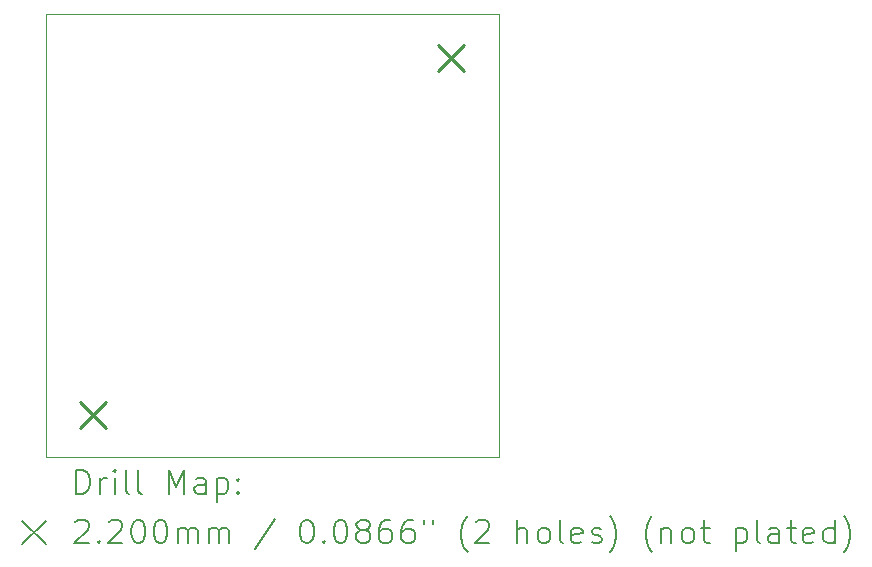
<source format=gbr>
%TF.GenerationSoftware,KiCad,Pcbnew,9.0.0*%
%TF.CreationDate,2025-03-07T10:17:41+01:00*%
%TF.ProjectId,converter1A,636f6e76-6572-4746-9572-31412e6b6963,rev?*%
%TF.SameCoordinates,Original*%
%TF.FileFunction,Drillmap*%
%TF.FilePolarity,Positive*%
%FSLAX45Y45*%
G04 Gerber Fmt 4.5, Leading zero omitted, Abs format (unit mm)*
G04 Created by KiCad (PCBNEW 9.0.0) date 2025-03-07 10:17:41*
%MOMM*%
%LPD*%
G01*
G04 APERTURE LIST*
%ADD10C,0.050000*%
%ADD11C,0.200000*%
%ADD12C,0.220000*%
G04 APERTURE END LIST*
D10*
X16400000Y-7400000D02*
X20235000Y-7400000D01*
X20235000Y-11150000D01*
X16400000Y-11150000D01*
X16400000Y-7400000D01*
D11*
D12*
X16690000Y-10690000D02*
X16910000Y-10910000D01*
X16910000Y-10690000D02*
X16690000Y-10910000D01*
X19720000Y-7662000D02*
X19940000Y-7882000D01*
X19940000Y-7662000D02*
X19720000Y-7882000D01*
D11*
X16658277Y-11463984D02*
X16658277Y-11263984D01*
X16658277Y-11263984D02*
X16705896Y-11263984D01*
X16705896Y-11263984D02*
X16734467Y-11273508D01*
X16734467Y-11273508D02*
X16753515Y-11292555D01*
X16753515Y-11292555D02*
X16763039Y-11311603D01*
X16763039Y-11311603D02*
X16772562Y-11349698D01*
X16772562Y-11349698D02*
X16772562Y-11378269D01*
X16772562Y-11378269D02*
X16763039Y-11416365D01*
X16763039Y-11416365D02*
X16753515Y-11435412D01*
X16753515Y-11435412D02*
X16734467Y-11454460D01*
X16734467Y-11454460D02*
X16705896Y-11463984D01*
X16705896Y-11463984D02*
X16658277Y-11463984D01*
X16858277Y-11463984D02*
X16858277Y-11330650D01*
X16858277Y-11368746D02*
X16867801Y-11349698D01*
X16867801Y-11349698D02*
X16877324Y-11340174D01*
X16877324Y-11340174D02*
X16896372Y-11330650D01*
X16896372Y-11330650D02*
X16915420Y-11330650D01*
X16982086Y-11463984D02*
X16982086Y-11330650D01*
X16982086Y-11263984D02*
X16972563Y-11273508D01*
X16972563Y-11273508D02*
X16982086Y-11283031D01*
X16982086Y-11283031D02*
X16991610Y-11273508D01*
X16991610Y-11273508D02*
X16982086Y-11263984D01*
X16982086Y-11263984D02*
X16982086Y-11283031D01*
X17105896Y-11463984D02*
X17086848Y-11454460D01*
X17086848Y-11454460D02*
X17077324Y-11435412D01*
X17077324Y-11435412D02*
X17077324Y-11263984D01*
X17210658Y-11463984D02*
X17191610Y-11454460D01*
X17191610Y-11454460D02*
X17182086Y-11435412D01*
X17182086Y-11435412D02*
X17182086Y-11263984D01*
X17439229Y-11463984D02*
X17439229Y-11263984D01*
X17439229Y-11263984D02*
X17505896Y-11406841D01*
X17505896Y-11406841D02*
X17572563Y-11263984D01*
X17572563Y-11263984D02*
X17572563Y-11463984D01*
X17753515Y-11463984D02*
X17753515Y-11359222D01*
X17753515Y-11359222D02*
X17743991Y-11340174D01*
X17743991Y-11340174D02*
X17724944Y-11330650D01*
X17724944Y-11330650D02*
X17686848Y-11330650D01*
X17686848Y-11330650D02*
X17667801Y-11340174D01*
X17753515Y-11454460D02*
X17734467Y-11463984D01*
X17734467Y-11463984D02*
X17686848Y-11463984D01*
X17686848Y-11463984D02*
X17667801Y-11454460D01*
X17667801Y-11454460D02*
X17658277Y-11435412D01*
X17658277Y-11435412D02*
X17658277Y-11416365D01*
X17658277Y-11416365D02*
X17667801Y-11397317D01*
X17667801Y-11397317D02*
X17686848Y-11387793D01*
X17686848Y-11387793D02*
X17734467Y-11387793D01*
X17734467Y-11387793D02*
X17753515Y-11378269D01*
X17848753Y-11330650D02*
X17848753Y-11530650D01*
X17848753Y-11340174D02*
X17867801Y-11330650D01*
X17867801Y-11330650D02*
X17905896Y-11330650D01*
X17905896Y-11330650D02*
X17924944Y-11340174D01*
X17924944Y-11340174D02*
X17934467Y-11349698D01*
X17934467Y-11349698D02*
X17943991Y-11368746D01*
X17943991Y-11368746D02*
X17943991Y-11425888D01*
X17943991Y-11425888D02*
X17934467Y-11444936D01*
X17934467Y-11444936D02*
X17924944Y-11454460D01*
X17924944Y-11454460D02*
X17905896Y-11463984D01*
X17905896Y-11463984D02*
X17867801Y-11463984D01*
X17867801Y-11463984D02*
X17848753Y-11454460D01*
X18029705Y-11444936D02*
X18039229Y-11454460D01*
X18039229Y-11454460D02*
X18029705Y-11463984D01*
X18029705Y-11463984D02*
X18020182Y-11454460D01*
X18020182Y-11454460D02*
X18029705Y-11444936D01*
X18029705Y-11444936D02*
X18029705Y-11463984D01*
X18029705Y-11340174D02*
X18039229Y-11349698D01*
X18039229Y-11349698D02*
X18029705Y-11359222D01*
X18029705Y-11359222D02*
X18020182Y-11349698D01*
X18020182Y-11349698D02*
X18029705Y-11340174D01*
X18029705Y-11340174D02*
X18029705Y-11359222D01*
X16197500Y-11692500D02*
X16397500Y-11892500D01*
X16397500Y-11692500D02*
X16197500Y-11892500D01*
X16648753Y-11703031D02*
X16658277Y-11693508D01*
X16658277Y-11693508D02*
X16677324Y-11683984D01*
X16677324Y-11683984D02*
X16724943Y-11683984D01*
X16724943Y-11683984D02*
X16743991Y-11693508D01*
X16743991Y-11693508D02*
X16753515Y-11703031D01*
X16753515Y-11703031D02*
X16763039Y-11722079D01*
X16763039Y-11722079D02*
X16763039Y-11741127D01*
X16763039Y-11741127D02*
X16753515Y-11769698D01*
X16753515Y-11769698D02*
X16639229Y-11883984D01*
X16639229Y-11883984D02*
X16763039Y-11883984D01*
X16848753Y-11864936D02*
X16858277Y-11874460D01*
X16858277Y-11874460D02*
X16848753Y-11883984D01*
X16848753Y-11883984D02*
X16839229Y-11874460D01*
X16839229Y-11874460D02*
X16848753Y-11864936D01*
X16848753Y-11864936D02*
X16848753Y-11883984D01*
X16934467Y-11703031D02*
X16943991Y-11693508D01*
X16943991Y-11693508D02*
X16963039Y-11683984D01*
X16963039Y-11683984D02*
X17010658Y-11683984D01*
X17010658Y-11683984D02*
X17029705Y-11693508D01*
X17029705Y-11693508D02*
X17039229Y-11703031D01*
X17039229Y-11703031D02*
X17048753Y-11722079D01*
X17048753Y-11722079D02*
X17048753Y-11741127D01*
X17048753Y-11741127D02*
X17039229Y-11769698D01*
X17039229Y-11769698D02*
X16924944Y-11883984D01*
X16924944Y-11883984D02*
X17048753Y-11883984D01*
X17172563Y-11683984D02*
X17191610Y-11683984D01*
X17191610Y-11683984D02*
X17210658Y-11693508D01*
X17210658Y-11693508D02*
X17220182Y-11703031D01*
X17220182Y-11703031D02*
X17229705Y-11722079D01*
X17229705Y-11722079D02*
X17239229Y-11760174D01*
X17239229Y-11760174D02*
X17239229Y-11807793D01*
X17239229Y-11807793D02*
X17229705Y-11845888D01*
X17229705Y-11845888D02*
X17220182Y-11864936D01*
X17220182Y-11864936D02*
X17210658Y-11874460D01*
X17210658Y-11874460D02*
X17191610Y-11883984D01*
X17191610Y-11883984D02*
X17172563Y-11883984D01*
X17172563Y-11883984D02*
X17153515Y-11874460D01*
X17153515Y-11874460D02*
X17143991Y-11864936D01*
X17143991Y-11864936D02*
X17134467Y-11845888D01*
X17134467Y-11845888D02*
X17124944Y-11807793D01*
X17124944Y-11807793D02*
X17124944Y-11760174D01*
X17124944Y-11760174D02*
X17134467Y-11722079D01*
X17134467Y-11722079D02*
X17143991Y-11703031D01*
X17143991Y-11703031D02*
X17153515Y-11693508D01*
X17153515Y-11693508D02*
X17172563Y-11683984D01*
X17363039Y-11683984D02*
X17382086Y-11683984D01*
X17382086Y-11683984D02*
X17401134Y-11693508D01*
X17401134Y-11693508D02*
X17410658Y-11703031D01*
X17410658Y-11703031D02*
X17420182Y-11722079D01*
X17420182Y-11722079D02*
X17429705Y-11760174D01*
X17429705Y-11760174D02*
X17429705Y-11807793D01*
X17429705Y-11807793D02*
X17420182Y-11845888D01*
X17420182Y-11845888D02*
X17410658Y-11864936D01*
X17410658Y-11864936D02*
X17401134Y-11874460D01*
X17401134Y-11874460D02*
X17382086Y-11883984D01*
X17382086Y-11883984D02*
X17363039Y-11883984D01*
X17363039Y-11883984D02*
X17343991Y-11874460D01*
X17343991Y-11874460D02*
X17334467Y-11864936D01*
X17334467Y-11864936D02*
X17324944Y-11845888D01*
X17324944Y-11845888D02*
X17315420Y-11807793D01*
X17315420Y-11807793D02*
X17315420Y-11760174D01*
X17315420Y-11760174D02*
X17324944Y-11722079D01*
X17324944Y-11722079D02*
X17334467Y-11703031D01*
X17334467Y-11703031D02*
X17343991Y-11693508D01*
X17343991Y-11693508D02*
X17363039Y-11683984D01*
X17515420Y-11883984D02*
X17515420Y-11750650D01*
X17515420Y-11769698D02*
X17524944Y-11760174D01*
X17524944Y-11760174D02*
X17543991Y-11750650D01*
X17543991Y-11750650D02*
X17572563Y-11750650D01*
X17572563Y-11750650D02*
X17591610Y-11760174D01*
X17591610Y-11760174D02*
X17601134Y-11779222D01*
X17601134Y-11779222D02*
X17601134Y-11883984D01*
X17601134Y-11779222D02*
X17610658Y-11760174D01*
X17610658Y-11760174D02*
X17629705Y-11750650D01*
X17629705Y-11750650D02*
X17658277Y-11750650D01*
X17658277Y-11750650D02*
X17677325Y-11760174D01*
X17677325Y-11760174D02*
X17686848Y-11779222D01*
X17686848Y-11779222D02*
X17686848Y-11883984D01*
X17782086Y-11883984D02*
X17782086Y-11750650D01*
X17782086Y-11769698D02*
X17791610Y-11760174D01*
X17791610Y-11760174D02*
X17810658Y-11750650D01*
X17810658Y-11750650D02*
X17839229Y-11750650D01*
X17839229Y-11750650D02*
X17858277Y-11760174D01*
X17858277Y-11760174D02*
X17867801Y-11779222D01*
X17867801Y-11779222D02*
X17867801Y-11883984D01*
X17867801Y-11779222D02*
X17877325Y-11760174D01*
X17877325Y-11760174D02*
X17896372Y-11750650D01*
X17896372Y-11750650D02*
X17924944Y-11750650D01*
X17924944Y-11750650D02*
X17943991Y-11760174D01*
X17943991Y-11760174D02*
X17953515Y-11779222D01*
X17953515Y-11779222D02*
X17953515Y-11883984D01*
X18343991Y-11674460D02*
X18172563Y-11931603D01*
X18601134Y-11683984D02*
X18620182Y-11683984D01*
X18620182Y-11683984D02*
X18639229Y-11693508D01*
X18639229Y-11693508D02*
X18648753Y-11703031D01*
X18648753Y-11703031D02*
X18658277Y-11722079D01*
X18658277Y-11722079D02*
X18667801Y-11760174D01*
X18667801Y-11760174D02*
X18667801Y-11807793D01*
X18667801Y-11807793D02*
X18658277Y-11845888D01*
X18658277Y-11845888D02*
X18648753Y-11864936D01*
X18648753Y-11864936D02*
X18639229Y-11874460D01*
X18639229Y-11874460D02*
X18620182Y-11883984D01*
X18620182Y-11883984D02*
X18601134Y-11883984D01*
X18601134Y-11883984D02*
X18582087Y-11874460D01*
X18582087Y-11874460D02*
X18572563Y-11864936D01*
X18572563Y-11864936D02*
X18563039Y-11845888D01*
X18563039Y-11845888D02*
X18553515Y-11807793D01*
X18553515Y-11807793D02*
X18553515Y-11760174D01*
X18553515Y-11760174D02*
X18563039Y-11722079D01*
X18563039Y-11722079D02*
X18572563Y-11703031D01*
X18572563Y-11703031D02*
X18582087Y-11693508D01*
X18582087Y-11693508D02*
X18601134Y-11683984D01*
X18753515Y-11864936D02*
X18763039Y-11874460D01*
X18763039Y-11874460D02*
X18753515Y-11883984D01*
X18753515Y-11883984D02*
X18743991Y-11874460D01*
X18743991Y-11874460D02*
X18753515Y-11864936D01*
X18753515Y-11864936D02*
X18753515Y-11883984D01*
X18886848Y-11683984D02*
X18905896Y-11683984D01*
X18905896Y-11683984D02*
X18924944Y-11693508D01*
X18924944Y-11693508D02*
X18934468Y-11703031D01*
X18934468Y-11703031D02*
X18943991Y-11722079D01*
X18943991Y-11722079D02*
X18953515Y-11760174D01*
X18953515Y-11760174D02*
X18953515Y-11807793D01*
X18953515Y-11807793D02*
X18943991Y-11845888D01*
X18943991Y-11845888D02*
X18934468Y-11864936D01*
X18934468Y-11864936D02*
X18924944Y-11874460D01*
X18924944Y-11874460D02*
X18905896Y-11883984D01*
X18905896Y-11883984D02*
X18886848Y-11883984D01*
X18886848Y-11883984D02*
X18867801Y-11874460D01*
X18867801Y-11874460D02*
X18858277Y-11864936D01*
X18858277Y-11864936D02*
X18848753Y-11845888D01*
X18848753Y-11845888D02*
X18839229Y-11807793D01*
X18839229Y-11807793D02*
X18839229Y-11760174D01*
X18839229Y-11760174D02*
X18848753Y-11722079D01*
X18848753Y-11722079D02*
X18858277Y-11703031D01*
X18858277Y-11703031D02*
X18867801Y-11693508D01*
X18867801Y-11693508D02*
X18886848Y-11683984D01*
X19067801Y-11769698D02*
X19048753Y-11760174D01*
X19048753Y-11760174D02*
X19039229Y-11750650D01*
X19039229Y-11750650D02*
X19029706Y-11731603D01*
X19029706Y-11731603D02*
X19029706Y-11722079D01*
X19029706Y-11722079D02*
X19039229Y-11703031D01*
X19039229Y-11703031D02*
X19048753Y-11693508D01*
X19048753Y-11693508D02*
X19067801Y-11683984D01*
X19067801Y-11683984D02*
X19105896Y-11683984D01*
X19105896Y-11683984D02*
X19124944Y-11693508D01*
X19124944Y-11693508D02*
X19134468Y-11703031D01*
X19134468Y-11703031D02*
X19143991Y-11722079D01*
X19143991Y-11722079D02*
X19143991Y-11731603D01*
X19143991Y-11731603D02*
X19134468Y-11750650D01*
X19134468Y-11750650D02*
X19124944Y-11760174D01*
X19124944Y-11760174D02*
X19105896Y-11769698D01*
X19105896Y-11769698D02*
X19067801Y-11769698D01*
X19067801Y-11769698D02*
X19048753Y-11779222D01*
X19048753Y-11779222D02*
X19039229Y-11788746D01*
X19039229Y-11788746D02*
X19029706Y-11807793D01*
X19029706Y-11807793D02*
X19029706Y-11845888D01*
X19029706Y-11845888D02*
X19039229Y-11864936D01*
X19039229Y-11864936D02*
X19048753Y-11874460D01*
X19048753Y-11874460D02*
X19067801Y-11883984D01*
X19067801Y-11883984D02*
X19105896Y-11883984D01*
X19105896Y-11883984D02*
X19124944Y-11874460D01*
X19124944Y-11874460D02*
X19134468Y-11864936D01*
X19134468Y-11864936D02*
X19143991Y-11845888D01*
X19143991Y-11845888D02*
X19143991Y-11807793D01*
X19143991Y-11807793D02*
X19134468Y-11788746D01*
X19134468Y-11788746D02*
X19124944Y-11779222D01*
X19124944Y-11779222D02*
X19105896Y-11769698D01*
X19315420Y-11683984D02*
X19277325Y-11683984D01*
X19277325Y-11683984D02*
X19258277Y-11693508D01*
X19258277Y-11693508D02*
X19248753Y-11703031D01*
X19248753Y-11703031D02*
X19229706Y-11731603D01*
X19229706Y-11731603D02*
X19220182Y-11769698D01*
X19220182Y-11769698D02*
X19220182Y-11845888D01*
X19220182Y-11845888D02*
X19229706Y-11864936D01*
X19229706Y-11864936D02*
X19239229Y-11874460D01*
X19239229Y-11874460D02*
X19258277Y-11883984D01*
X19258277Y-11883984D02*
X19296372Y-11883984D01*
X19296372Y-11883984D02*
X19315420Y-11874460D01*
X19315420Y-11874460D02*
X19324944Y-11864936D01*
X19324944Y-11864936D02*
X19334468Y-11845888D01*
X19334468Y-11845888D02*
X19334468Y-11798269D01*
X19334468Y-11798269D02*
X19324944Y-11779222D01*
X19324944Y-11779222D02*
X19315420Y-11769698D01*
X19315420Y-11769698D02*
X19296372Y-11760174D01*
X19296372Y-11760174D02*
X19258277Y-11760174D01*
X19258277Y-11760174D02*
X19239229Y-11769698D01*
X19239229Y-11769698D02*
X19229706Y-11779222D01*
X19229706Y-11779222D02*
X19220182Y-11798269D01*
X19505896Y-11683984D02*
X19467801Y-11683984D01*
X19467801Y-11683984D02*
X19448753Y-11693508D01*
X19448753Y-11693508D02*
X19439229Y-11703031D01*
X19439229Y-11703031D02*
X19420182Y-11731603D01*
X19420182Y-11731603D02*
X19410658Y-11769698D01*
X19410658Y-11769698D02*
X19410658Y-11845888D01*
X19410658Y-11845888D02*
X19420182Y-11864936D01*
X19420182Y-11864936D02*
X19429706Y-11874460D01*
X19429706Y-11874460D02*
X19448753Y-11883984D01*
X19448753Y-11883984D02*
X19486849Y-11883984D01*
X19486849Y-11883984D02*
X19505896Y-11874460D01*
X19505896Y-11874460D02*
X19515420Y-11864936D01*
X19515420Y-11864936D02*
X19524944Y-11845888D01*
X19524944Y-11845888D02*
X19524944Y-11798269D01*
X19524944Y-11798269D02*
X19515420Y-11779222D01*
X19515420Y-11779222D02*
X19505896Y-11769698D01*
X19505896Y-11769698D02*
X19486849Y-11760174D01*
X19486849Y-11760174D02*
X19448753Y-11760174D01*
X19448753Y-11760174D02*
X19429706Y-11769698D01*
X19429706Y-11769698D02*
X19420182Y-11779222D01*
X19420182Y-11779222D02*
X19410658Y-11798269D01*
X19601134Y-11683984D02*
X19601134Y-11722079D01*
X19677325Y-11683984D02*
X19677325Y-11722079D01*
X19972563Y-11960174D02*
X19963039Y-11950650D01*
X19963039Y-11950650D02*
X19943991Y-11922079D01*
X19943991Y-11922079D02*
X19934468Y-11903031D01*
X19934468Y-11903031D02*
X19924944Y-11874460D01*
X19924944Y-11874460D02*
X19915420Y-11826841D01*
X19915420Y-11826841D02*
X19915420Y-11788746D01*
X19915420Y-11788746D02*
X19924944Y-11741127D01*
X19924944Y-11741127D02*
X19934468Y-11712555D01*
X19934468Y-11712555D02*
X19943991Y-11693508D01*
X19943991Y-11693508D02*
X19963039Y-11664936D01*
X19963039Y-11664936D02*
X19972563Y-11655412D01*
X20039230Y-11703031D02*
X20048753Y-11693508D01*
X20048753Y-11693508D02*
X20067801Y-11683984D01*
X20067801Y-11683984D02*
X20115420Y-11683984D01*
X20115420Y-11683984D02*
X20134468Y-11693508D01*
X20134468Y-11693508D02*
X20143991Y-11703031D01*
X20143991Y-11703031D02*
X20153515Y-11722079D01*
X20153515Y-11722079D02*
X20153515Y-11741127D01*
X20153515Y-11741127D02*
X20143991Y-11769698D01*
X20143991Y-11769698D02*
X20029706Y-11883984D01*
X20029706Y-11883984D02*
X20153515Y-11883984D01*
X20391611Y-11883984D02*
X20391611Y-11683984D01*
X20477325Y-11883984D02*
X20477325Y-11779222D01*
X20477325Y-11779222D02*
X20467801Y-11760174D01*
X20467801Y-11760174D02*
X20448753Y-11750650D01*
X20448753Y-11750650D02*
X20420182Y-11750650D01*
X20420182Y-11750650D02*
X20401134Y-11760174D01*
X20401134Y-11760174D02*
X20391611Y-11769698D01*
X20601134Y-11883984D02*
X20582087Y-11874460D01*
X20582087Y-11874460D02*
X20572563Y-11864936D01*
X20572563Y-11864936D02*
X20563039Y-11845888D01*
X20563039Y-11845888D02*
X20563039Y-11788746D01*
X20563039Y-11788746D02*
X20572563Y-11769698D01*
X20572563Y-11769698D02*
X20582087Y-11760174D01*
X20582087Y-11760174D02*
X20601134Y-11750650D01*
X20601134Y-11750650D02*
X20629706Y-11750650D01*
X20629706Y-11750650D02*
X20648753Y-11760174D01*
X20648753Y-11760174D02*
X20658277Y-11769698D01*
X20658277Y-11769698D02*
X20667801Y-11788746D01*
X20667801Y-11788746D02*
X20667801Y-11845888D01*
X20667801Y-11845888D02*
X20658277Y-11864936D01*
X20658277Y-11864936D02*
X20648753Y-11874460D01*
X20648753Y-11874460D02*
X20629706Y-11883984D01*
X20629706Y-11883984D02*
X20601134Y-11883984D01*
X20782087Y-11883984D02*
X20763039Y-11874460D01*
X20763039Y-11874460D02*
X20753515Y-11855412D01*
X20753515Y-11855412D02*
X20753515Y-11683984D01*
X20934468Y-11874460D02*
X20915420Y-11883984D01*
X20915420Y-11883984D02*
X20877325Y-11883984D01*
X20877325Y-11883984D02*
X20858277Y-11874460D01*
X20858277Y-11874460D02*
X20848753Y-11855412D01*
X20848753Y-11855412D02*
X20848753Y-11779222D01*
X20848753Y-11779222D02*
X20858277Y-11760174D01*
X20858277Y-11760174D02*
X20877325Y-11750650D01*
X20877325Y-11750650D02*
X20915420Y-11750650D01*
X20915420Y-11750650D02*
X20934468Y-11760174D01*
X20934468Y-11760174D02*
X20943992Y-11779222D01*
X20943992Y-11779222D02*
X20943992Y-11798269D01*
X20943992Y-11798269D02*
X20848753Y-11817317D01*
X21020182Y-11874460D02*
X21039230Y-11883984D01*
X21039230Y-11883984D02*
X21077325Y-11883984D01*
X21077325Y-11883984D02*
X21096373Y-11874460D01*
X21096373Y-11874460D02*
X21105896Y-11855412D01*
X21105896Y-11855412D02*
X21105896Y-11845888D01*
X21105896Y-11845888D02*
X21096373Y-11826841D01*
X21096373Y-11826841D02*
X21077325Y-11817317D01*
X21077325Y-11817317D02*
X21048753Y-11817317D01*
X21048753Y-11817317D02*
X21029706Y-11807793D01*
X21029706Y-11807793D02*
X21020182Y-11788746D01*
X21020182Y-11788746D02*
X21020182Y-11779222D01*
X21020182Y-11779222D02*
X21029706Y-11760174D01*
X21029706Y-11760174D02*
X21048753Y-11750650D01*
X21048753Y-11750650D02*
X21077325Y-11750650D01*
X21077325Y-11750650D02*
X21096373Y-11760174D01*
X21172563Y-11960174D02*
X21182087Y-11950650D01*
X21182087Y-11950650D02*
X21201134Y-11922079D01*
X21201134Y-11922079D02*
X21210658Y-11903031D01*
X21210658Y-11903031D02*
X21220182Y-11874460D01*
X21220182Y-11874460D02*
X21229706Y-11826841D01*
X21229706Y-11826841D02*
X21229706Y-11788746D01*
X21229706Y-11788746D02*
X21220182Y-11741127D01*
X21220182Y-11741127D02*
X21210658Y-11712555D01*
X21210658Y-11712555D02*
X21201134Y-11693508D01*
X21201134Y-11693508D02*
X21182087Y-11664936D01*
X21182087Y-11664936D02*
X21172563Y-11655412D01*
X21534468Y-11960174D02*
X21524944Y-11950650D01*
X21524944Y-11950650D02*
X21505896Y-11922079D01*
X21505896Y-11922079D02*
X21496373Y-11903031D01*
X21496373Y-11903031D02*
X21486849Y-11874460D01*
X21486849Y-11874460D02*
X21477325Y-11826841D01*
X21477325Y-11826841D02*
X21477325Y-11788746D01*
X21477325Y-11788746D02*
X21486849Y-11741127D01*
X21486849Y-11741127D02*
X21496373Y-11712555D01*
X21496373Y-11712555D02*
X21505896Y-11693508D01*
X21505896Y-11693508D02*
X21524944Y-11664936D01*
X21524944Y-11664936D02*
X21534468Y-11655412D01*
X21610658Y-11750650D02*
X21610658Y-11883984D01*
X21610658Y-11769698D02*
X21620182Y-11760174D01*
X21620182Y-11760174D02*
X21639230Y-11750650D01*
X21639230Y-11750650D02*
X21667801Y-11750650D01*
X21667801Y-11750650D02*
X21686849Y-11760174D01*
X21686849Y-11760174D02*
X21696373Y-11779222D01*
X21696373Y-11779222D02*
X21696373Y-11883984D01*
X21820182Y-11883984D02*
X21801134Y-11874460D01*
X21801134Y-11874460D02*
X21791611Y-11864936D01*
X21791611Y-11864936D02*
X21782087Y-11845888D01*
X21782087Y-11845888D02*
X21782087Y-11788746D01*
X21782087Y-11788746D02*
X21791611Y-11769698D01*
X21791611Y-11769698D02*
X21801134Y-11760174D01*
X21801134Y-11760174D02*
X21820182Y-11750650D01*
X21820182Y-11750650D02*
X21848754Y-11750650D01*
X21848754Y-11750650D02*
X21867801Y-11760174D01*
X21867801Y-11760174D02*
X21877325Y-11769698D01*
X21877325Y-11769698D02*
X21886849Y-11788746D01*
X21886849Y-11788746D02*
X21886849Y-11845888D01*
X21886849Y-11845888D02*
X21877325Y-11864936D01*
X21877325Y-11864936D02*
X21867801Y-11874460D01*
X21867801Y-11874460D02*
X21848754Y-11883984D01*
X21848754Y-11883984D02*
X21820182Y-11883984D01*
X21943992Y-11750650D02*
X22020182Y-11750650D01*
X21972563Y-11683984D02*
X21972563Y-11855412D01*
X21972563Y-11855412D02*
X21982087Y-11874460D01*
X21982087Y-11874460D02*
X22001134Y-11883984D01*
X22001134Y-11883984D02*
X22020182Y-11883984D01*
X22239230Y-11750650D02*
X22239230Y-11950650D01*
X22239230Y-11760174D02*
X22258277Y-11750650D01*
X22258277Y-11750650D02*
X22296373Y-11750650D01*
X22296373Y-11750650D02*
X22315420Y-11760174D01*
X22315420Y-11760174D02*
X22324944Y-11769698D01*
X22324944Y-11769698D02*
X22334468Y-11788746D01*
X22334468Y-11788746D02*
X22334468Y-11845888D01*
X22334468Y-11845888D02*
X22324944Y-11864936D01*
X22324944Y-11864936D02*
X22315420Y-11874460D01*
X22315420Y-11874460D02*
X22296373Y-11883984D01*
X22296373Y-11883984D02*
X22258277Y-11883984D01*
X22258277Y-11883984D02*
X22239230Y-11874460D01*
X22448753Y-11883984D02*
X22429706Y-11874460D01*
X22429706Y-11874460D02*
X22420182Y-11855412D01*
X22420182Y-11855412D02*
X22420182Y-11683984D01*
X22610658Y-11883984D02*
X22610658Y-11779222D01*
X22610658Y-11779222D02*
X22601134Y-11760174D01*
X22601134Y-11760174D02*
X22582087Y-11750650D01*
X22582087Y-11750650D02*
X22543992Y-11750650D01*
X22543992Y-11750650D02*
X22524944Y-11760174D01*
X22610658Y-11874460D02*
X22591611Y-11883984D01*
X22591611Y-11883984D02*
X22543992Y-11883984D01*
X22543992Y-11883984D02*
X22524944Y-11874460D01*
X22524944Y-11874460D02*
X22515420Y-11855412D01*
X22515420Y-11855412D02*
X22515420Y-11836365D01*
X22515420Y-11836365D02*
X22524944Y-11817317D01*
X22524944Y-11817317D02*
X22543992Y-11807793D01*
X22543992Y-11807793D02*
X22591611Y-11807793D01*
X22591611Y-11807793D02*
X22610658Y-11798269D01*
X22677325Y-11750650D02*
X22753515Y-11750650D01*
X22705896Y-11683984D02*
X22705896Y-11855412D01*
X22705896Y-11855412D02*
X22715420Y-11874460D01*
X22715420Y-11874460D02*
X22734468Y-11883984D01*
X22734468Y-11883984D02*
X22753515Y-11883984D01*
X22896373Y-11874460D02*
X22877325Y-11883984D01*
X22877325Y-11883984D02*
X22839230Y-11883984D01*
X22839230Y-11883984D02*
X22820182Y-11874460D01*
X22820182Y-11874460D02*
X22810658Y-11855412D01*
X22810658Y-11855412D02*
X22810658Y-11779222D01*
X22810658Y-11779222D02*
X22820182Y-11760174D01*
X22820182Y-11760174D02*
X22839230Y-11750650D01*
X22839230Y-11750650D02*
X22877325Y-11750650D01*
X22877325Y-11750650D02*
X22896373Y-11760174D01*
X22896373Y-11760174D02*
X22905896Y-11779222D01*
X22905896Y-11779222D02*
X22905896Y-11798269D01*
X22905896Y-11798269D02*
X22810658Y-11817317D01*
X23077325Y-11883984D02*
X23077325Y-11683984D01*
X23077325Y-11874460D02*
X23058277Y-11883984D01*
X23058277Y-11883984D02*
X23020182Y-11883984D01*
X23020182Y-11883984D02*
X23001134Y-11874460D01*
X23001134Y-11874460D02*
X22991611Y-11864936D01*
X22991611Y-11864936D02*
X22982087Y-11845888D01*
X22982087Y-11845888D02*
X22982087Y-11788746D01*
X22982087Y-11788746D02*
X22991611Y-11769698D01*
X22991611Y-11769698D02*
X23001134Y-11760174D01*
X23001134Y-11760174D02*
X23020182Y-11750650D01*
X23020182Y-11750650D02*
X23058277Y-11750650D01*
X23058277Y-11750650D02*
X23077325Y-11760174D01*
X23153515Y-11960174D02*
X23163039Y-11950650D01*
X23163039Y-11950650D02*
X23182087Y-11922079D01*
X23182087Y-11922079D02*
X23191611Y-11903031D01*
X23191611Y-11903031D02*
X23201134Y-11874460D01*
X23201134Y-11874460D02*
X23210658Y-11826841D01*
X23210658Y-11826841D02*
X23210658Y-11788746D01*
X23210658Y-11788746D02*
X23201134Y-11741127D01*
X23201134Y-11741127D02*
X23191611Y-11712555D01*
X23191611Y-11712555D02*
X23182087Y-11693508D01*
X23182087Y-11693508D02*
X23163039Y-11664936D01*
X23163039Y-11664936D02*
X23153515Y-11655412D01*
M02*

</source>
